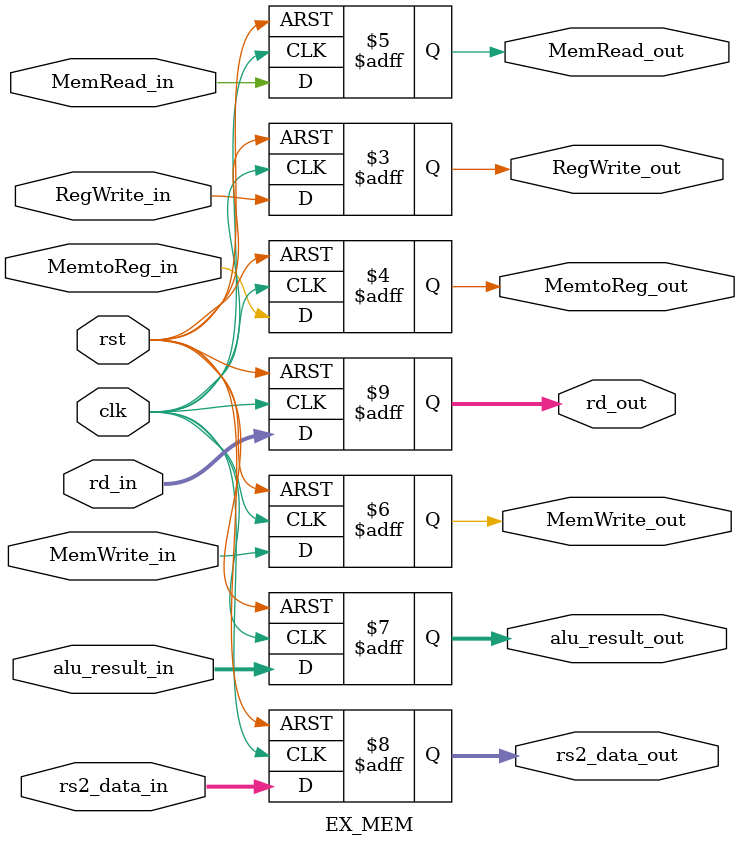
<source format=v>
module EX_MEM(
    input         clk,
    input         rst,
    
    input         RegWrite_in,
    input         MemtoReg_in,
    input         MemRead_in, 
    input         MemWrite_in,
    
    input  [31:0] alu_result_in,
    input  [31:0] rs2_data_in,
    input  [4:0]  rd_in, // register
    
    output reg         RegWrite_out,
    output reg         MemtoReg_out,
    output reg         MemRead_out,
    output reg         MemWrite_out,
    
    output reg [31:0]  alu_result_out,
    output reg [31:0]  rs2_data_out,
    output reg [4:0]   rd_out
);

always @(posedge clk or negedge rst) begin
    if (~rst) begin
        RegWrite_out   <= 0;
        MemtoReg_out   <= 0;
        MemRead_out    <= 0;
        MemWrite_out   <= 0;
        alu_result_out <= 0;
        rs2_data_out   <= 0;
        rd_out         <= 0;
    end else begin
        RegWrite_out   <= RegWrite_in;
        MemtoReg_out   <= MemtoReg_in;
        MemRead_out    <= MemRead_in;
        MemWrite_out   <= MemWrite_in;
        alu_result_out <= alu_result_in;
        rs2_data_out   <= rs2_data_in;
        rd_out         <= rd_in;
    end
end

endmodule
</source>
